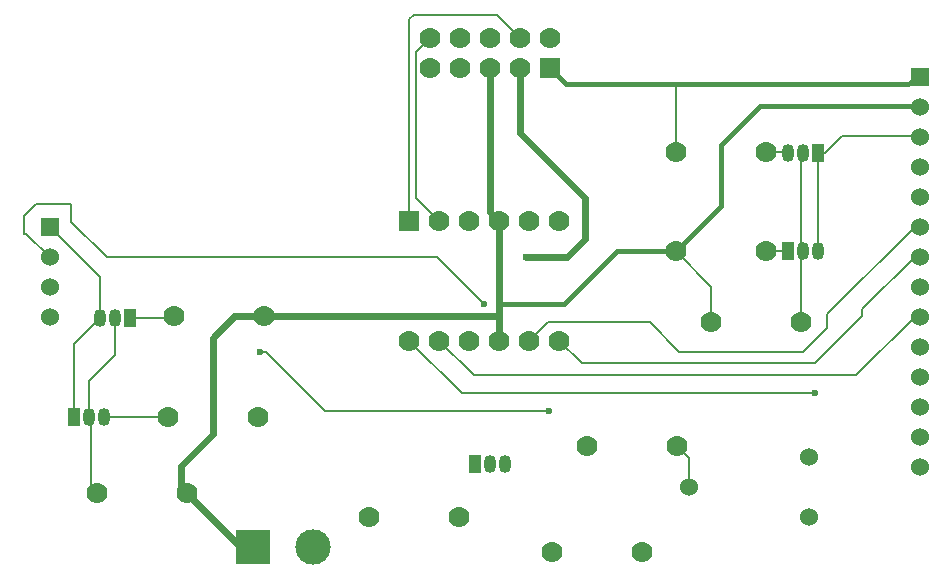
<source format=gbr>
%TF.GenerationSoftware,KiCad,Pcbnew,8.0.3*%
%TF.CreationDate,2024-06-28T12:40:16-06:00*%
%TF.ProjectId,Subsystem SPI Breakout v2,53756273-7973-4746-956d-205350492042,rev?*%
%TF.SameCoordinates,Original*%
%TF.FileFunction,Copper,L1,Top*%
%TF.FilePolarity,Positive*%
%FSLAX46Y46*%
G04 Gerber Fmt 4.6, Leading zero omitted, Abs format (unit mm)*
G04 Created by KiCad (PCBNEW 8.0.3) date 2024-06-28 12:40:16*
%MOMM*%
%LPD*%
G01*
G04 APERTURE LIST*
%TA.AperFunction,ComponentPad*%
%ADD10C,1.524000*%
%TD*%
%TA.AperFunction,ComponentPad*%
%ADD11R,1.524000X1.524000*%
%TD*%
%TA.AperFunction,ComponentPad*%
%ADD12C,1.778000*%
%TD*%
%TA.AperFunction,ComponentPad*%
%ADD13R,1.050000X1.500000*%
%TD*%
%TA.AperFunction,ComponentPad*%
%ADD14O,1.050000X1.500000*%
%TD*%
%TA.AperFunction,ComponentPad*%
%ADD15R,3.000000X3.000000*%
%TD*%
%TA.AperFunction,ComponentPad*%
%ADD16C,3.000000*%
%TD*%
%TA.AperFunction,ComponentPad*%
%ADD17R,1.778000X1.778000*%
%TD*%
%TA.AperFunction,ViaPad*%
%ADD18C,0.600000*%
%TD*%
%TA.AperFunction,Conductor*%
%ADD19C,0.200000*%
%TD*%
%TA.AperFunction,Conductor*%
%ADD20C,0.600000*%
%TD*%
%TA.AperFunction,Conductor*%
%ADD21C,0.400000*%
%TD*%
G04 APERTURE END LIST*
D10*
%TO.P,U2,CS,CS*%
%TO.N,Net-(Q1-C)*%
X180390000Y-62850000D03*
%TO.P,U2,DC,DC*%
%TO.N,Net-(LogicConverter1-PadLV1)*%
X180390000Y-67930000D03*
%TO.P,U2,GND,GND*%
%TO.N,Net-(1-PadGND)*%
X180390000Y-60310000D03*
%TO.P,U2,LED,LED*%
%TO.N,Net-(U2-PadLED)*%
X180390000Y-75550000D03*
%TO.P,U2,RESET,RESET*%
%TO.N,unconnected-(U2-PadRESET)*%
X180390000Y-65390000D03*
%TO.P,U2,SCK,SCK*%
%TO.N,Net-(LogicConverter1-PadLV4)*%
X180390000Y-73010000D03*
%TO.P,U2,SDI(MOSI),SDI(MOSI)*%
%TO.N,Net-(LogicConverter1-PadLV3)*%
X180390000Y-70470000D03*
%TO.P,U2,SDO(MISO),SDO(MISO)*%
%TO.N,Net-(LogicConverter1-PadLV2)*%
X180390000Y-78090000D03*
D11*
%TO.P,U2,SD_CS,SD_CS*%
%TO.N,Net-(Q3-C)*%
X106730000Y-70470000D03*
D10*
%TO.P,U2,SD_MISO,SD_MISO*%
%TO.N,Net-(LogicConverter1-PadLV2)*%
X106730000Y-75550000D03*
%TO.P,U2,SD_MOSI,SD_MOSI*%
%TO.N,Net-(LogicConverter1-PadLV3)*%
X106730000Y-73010000D03*
%TO.P,U2,SD_SCK,SD_SCK*%
%TO.N,Net-(LogicConverter1-PadLV4)*%
X106730000Y-78090000D03*
%TO.P,U2,T_CLK,T_CLK*%
%TO.N,unconnected-(U2-PadT_CLK)*%
X180390000Y-80630000D03*
%TO.P,U2,T_CS,T_CS*%
%TO.N,unconnected-(U2-PadT_CS)*%
X180390000Y-83170000D03*
%TO.P,U2,T_DIN,T_DIN*%
%TO.N,unconnected-(U2-PadT_DIN)*%
X180390000Y-85710000D03*
%TO.P,U2,T_DO,T_DO*%
%TO.N,unconnected-(U2-PadT_DO)*%
X180390000Y-88250000D03*
%TO.P,U2,T_IRQ,T_IRQ*%
%TO.N,unconnected-(U2-PadT_IRQ)*%
X180390000Y-90790000D03*
D11*
%TO.P,U2,Vcc,Vcc*%
%TO.N,Net-(1-Pad3V3)*%
X180390000Y-57770000D03*
%TD*%
D12*
%TO.P,R1,P$1,P$1*%
%TO.N,Net-(Q2-C)*%
X167310000Y-64085000D03*
%TO.P,R1,P$2,P$2*%
%TO.N,Net-(1-Pad3V3)*%
X159690000Y-64085000D03*
%TD*%
D13*
%TO.P,PNP,1,E*%
%TO.N,Net-(Q1-E)*%
X169230000Y-72500000D03*
D14*
%TO.P,PNP,2,B*%
%TO.N,Net-(Q1-B)*%
X170500000Y-72500000D03*
%TO.P,PNP,3,C*%
%TO.N,Net-(Q1-C)*%
X171770000Y-72500000D03*
%TD*%
D13*
%TO.P,NPN,1,E*%
%TO.N,Net-(Q5-E)*%
X142730000Y-90500000D03*
D14*
%TO.P,NPN,2,B*%
%TO.N,Net-(Q5-B)*%
X144000000Y-90500000D03*
%TO.P,NPN,3,C*%
%TO.N,Net-(Q5-C)*%
X145270000Y-90500000D03*
%TD*%
D15*
%TO.P,LS1,1,1*%
%TO.N,Net-(1-PadGND)*%
X123920000Y-97500000D03*
D16*
%TO.P,LS1,2,2*%
%TO.N,Net-(LS1-Pad2)*%
X129000000Y-97500000D03*
%TD*%
D12*
%TO.P,R7,P$1,P$1*%
%TO.N,Net-(Q5-E)*%
X141310000Y-95000000D03*
%TO.P,R7,P$2,P$2*%
%TO.N,Net-(LS1-Pad2)*%
X133690000Y-95000000D03*
%TD*%
%TO.P,R2,P$1,P$1*%
%TO.N,Net-(Q4-C)*%
X116690000Y-86500000D03*
%TO.P,R2,P$2,P$2*%
%TO.N,Net-(1-Pad3V3)*%
X124310000Y-86500000D03*
%TD*%
%TO.P,R5,P$1,P$1*%
%TO.N,Net-(Q3-B)*%
X110690000Y-93000000D03*
%TO.P,R5,P$2,P$2*%
%TO.N,Net-(1-PadGND)*%
X118310000Y-93000000D03*
%TD*%
%TO.P,R9,P$1,P$1*%
%TO.N,Net-(1-Pad3V3)*%
X152190000Y-89000000D03*
%TO.P,R9,P$2,P$2*%
%TO.N,Net-(R9-PadP$2)*%
X159810000Y-89000000D03*
%TD*%
%TO.P,LogicConverter1,GND1,GND1*%
%TO.N,Net-(1-PadGND)*%
X144770000Y-69920000D03*
%TO.P,LogicConverter1,GND2,GND2*%
X144770000Y-80080000D03*
%TO.P,LogicConverter1,HV,HV*%
%TO.N,Net-(Q5-C)*%
X142230000Y-69920000D03*
D17*
%TO.P,LogicConverter1,HV1,HV1*%
%TO.N,Net-(1-PadTFT_DC)*%
X137150000Y-69920000D03*
D12*
%TO.P,LogicConverter1,HV2,HV2*%
%TO.N,Net-(1-PadMISO)*%
X139690000Y-69920000D03*
%TO.P,LogicConverter1,HV3,HV3*%
%TO.N,Net-(1-PadMOSI)*%
X147310000Y-69920000D03*
%TO.P,LogicConverter1,HV4,HV4*%
%TO.N,Net-(1-PadSCK)*%
X149850000Y-69920000D03*
%TO.P,LogicConverter1,LV,LV*%
%TO.N,Net-(1-Pad3V3)*%
X142230000Y-80080000D03*
%TO.P,LogicConverter1,LV1,LV1*%
%TO.N,Net-(LogicConverter1-PadLV1)*%
X137150000Y-80080000D03*
%TO.P,LogicConverter1,LV2,LV2*%
%TO.N,Net-(LogicConverter1-PadLV2)*%
X139690000Y-80080000D03*
%TO.P,LogicConverter1,LV3,LV3*%
%TO.N,Net-(LogicConverter1-PadLV3)*%
X147310000Y-80080000D03*
%TO.P,LogicConverter1,LV4,LV4*%
%TO.N,Net-(LogicConverter1-PadLV4)*%
X149850000Y-80080000D03*
%TD*%
%TO.P,R6,P$1,P$1*%
%TO.N,Net-(Q1-B)*%
X170310000Y-78500000D03*
%TO.P,R6,P$2,P$2*%
%TO.N,Net-(1-PadGND)*%
X162690000Y-78500000D03*
%TD*%
D13*
%TO.P,NPN,1,E*%
%TO.N,Net-(Q1-C)*%
X171770000Y-64140000D03*
D14*
%TO.P,NPN,2,B*%
%TO.N,Net-(Q1-B)*%
X170500000Y-64140000D03*
%TO.P,NPN,3,C*%
%TO.N,Net-(Q2-C)*%
X169230000Y-64140000D03*
%TD*%
D12*
%TO.P,R4,P$1,P$1*%
%TO.N,Net-(Q1-E)*%
X167310000Y-72500000D03*
%TO.P,R4,P$2,P$2*%
%TO.N,Net-(1-PadGND)*%
X159690000Y-72500000D03*
%TD*%
%TO.P,R8,P$1,P$1*%
%TO.N,Net-(Q5-B)*%
X149190000Y-98000000D03*
%TO.P,R8,P$2,P$2*%
%TO.N,Net-(1-PadSPKR)*%
X156810000Y-98000000D03*
%TD*%
D17*
%TO.P,1,3V3,3V3*%
%TO.N,Net-(1-Pad3V3)*%
X149080000Y-57000000D03*
D12*
%TO.P,1,5V,5V*%
%TO.N,Net-(Q5-C)*%
X146540000Y-57000000D03*
%TO.P,1,GND,GND*%
%TO.N,Net-(1-PadGND)*%
X144000000Y-57000000D03*
%TO.P,1,MISO,MISO*%
%TO.N,Net-(1-PadMISO)*%
X138920000Y-54460000D03*
%TO.P,1,MOSI,MOSI*%
%TO.N,Net-(1-PadMOSI)*%
X138920000Y-57000000D03*
%TO.P,1,SCK,SCK*%
%TO.N,Net-(1-PadSCK)*%
X141460000Y-57000000D03*
%TO.P,1,SD_CS,SD_CS*%
%TO.N,Net-(Q3-B)*%
X141460000Y-54460000D03*
%TO.P,1,SPKR,SPKR*%
%TO.N,Net-(1-PadSPKR)*%
X149080000Y-54460000D03*
%TO.P,1,TFT_CS,TFT_CS*%
%TO.N,Net-(Q1-B)*%
X144000000Y-54460000D03*
%TO.P,1,TFT_DC,TFT_DC*%
%TO.N,Net-(1-PadTFT_DC)*%
X146540000Y-54460000D03*
%TD*%
D13*
%TO.P,NPN,1,E*%
%TO.N,Net-(Q3-C)*%
X108730000Y-86500000D03*
D14*
%TO.P,NPN,2,B*%
%TO.N,Net-(Q3-B)*%
X110000000Y-86500000D03*
%TO.P,NPN,3,C*%
%TO.N,Net-(Q4-C)*%
X111270000Y-86500000D03*
%TD*%
D10*
%TO.P,U3,Vin*%
%TO.N,Net-(R9-PadP$2)*%
X160840000Y-92460000D03*
%TO.P,U3,Vout1*%
%TO.N,Net-(U2-PadLED)*%
X171000000Y-89920000D03*
%TO.P,U3,Vout2*%
%TO.N,unconnected-(U3-PadVout2)*%
X171000000Y-95000000D03*
%TD*%
D12*
%TO.P,R3,P$1,P$1*%
%TO.N,Net-(Q3-E)*%
X117190000Y-78000000D03*
%TO.P,R3,P$2,P$2*%
%TO.N,Net-(1-PadGND)*%
X124810000Y-78000000D03*
%TD*%
D13*
%TO.P,PNP,1,E*%
%TO.N,Net-(Q3-E)*%
X113500000Y-78140000D03*
D14*
%TO.P,PNP,2,B*%
%TO.N,Net-(Q3-B)*%
X112230000Y-78140000D03*
%TO.P,PNP,3,C*%
%TO.N,Net-(Q3-C)*%
X110960000Y-78140000D03*
%TD*%
D18*
%TO.N,Net-(Q5-C)*%
X147000000Y-73000000D03*
%TO.N,Net-(LogicConverter1-PadLV3)*%
X143500000Y-77000000D03*
%TO.N,Net-(LogicConverter1-PadLV1)*%
X171500000Y-84500000D03*
%TO.N,Net-(LogicConverter1-PadLV4)*%
X149000000Y-86000000D03*
X124500000Y-81000000D03*
%TD*%
D19*
%TO.N,Net-(LogicConverter1-PadLV3)*%
X111500000Y-73000000D02*
X108500000Y-70000000D01*
%TO.N,Net-(1-PadTFT_DC)*%
X137150000Y-52850000D02*
X137150000Y-69920000D01*
X137500000Y-52500000D02*
X137150000Y-52850000D01*
X144580000Y-52500000D02*
X137500000Y-52500000D01*
X146540000Y-54460000D02*
X144580000Y-52500000D01*
%TO.N,Net-(LogicConverter1-PadLV3)*%
X104500000Y-71000000D02*
X104720000Y-71000000D01*
X104720000Y-71000000D02*
X106730000Y-73010000D01*
X108500000Y-70000000D02*
X108500000Y-68500000D01*
X139500000Y-73000000D02*
X111500000Y-73000000D01*
X104500000Y-69500000D02*
X104500000Y-71000000D01*
X105500000Y-68500000D02*
X104500000Y-69500000D01*
X143500000Y-77000000D02*
X139500000Y-73000000D01*
X108500000Y-68500000D02*
X105500000Y-68500000D01*
%TO.N,Net-(Q3-C)*%
X110960000Y-74700000D02*
X106730000Y-70470000D01*
X110960000Y-78140000D02*
X110960000Y-74700000D01*
%TO.N,Net-(Q3-B)*%
X110000000Y-83500000D02*
X110000000Y-86500000D01*
X112230000Y-81270000D02*
X110000000Y-83500000D01*
X112230000Y-78140000D02*
X112230000Y-81270000D01*
%TO.N,Net-(Q3-C)*%
X108730000Y-80370000D02*
X108730000Y-86500000D01*
X110960000Y-78140000D02*
X108730000Y-80370000D01*
D20*
%TO.N,Net-(1-PadGND)*%
X117810000Y-92500000D02*
X122810000Y-97500000D01*
D21*
X163500000Y-68690000D02*
X163500000Y-63500000D01*
D20*
X117810000Y-92500000D02*
X117810000Y-90690000D01*
D19*
X122810000Y-97500000D02*
X123920000Y-97500000D01*
X162690000Y-78500000D02*
X162690000Y-75500000D01*
D21*
X166820000Y-60180000D02*
X180000000Y-60180000D01*
D19*
X162690000Y-75500000D02*
X159690000Y-72500000D01*
D21*
X163500000Y-63500000D02*
X166820000Y-60180000D01*
X144770000Y-77000000D02*
X150240000Y-77000000D01*
D20*
X144770000Y-77000000D02*
X144770000Y-78000000D01*
X144000000Y-57000000D02*
X144000000Y-69150000D01*
X122310000Y-78000000D02*
X144770000Y-78000000D01*
X144770000Y-69920000D02*
X144770000Y-77000000D01*
D21*
X159690000Y-72500000D02*
X163500000Y-68690000D01*
X154740000Y-72500000D02*
X159690000Y-72500000D01*
X150240000Y-77000000D02*
X154740000Y-72500000D01*
D20*
X117810000Y-90690000D02*
X120500000Y-88000000D01*
D19*
X144000000Y-69150000D02*
X144770000Y-69920000D01*
D20*
X120500000Y-79810000D02*
X122310000Y-78000000D01*
X144770000Y-78000000D02*
X144770000Y-80080000D01*
X120500000Y-88000000D02*
X120500000Y-79810000D01*
%TO.N,Net-(Q5-C)*%
X152000000Y-71500000D02*
X150500000Y-73000000D01*
X152000000Y-68000000D02*
X152000000Y-71500000D01*
X147000000Y-73000000D02*
X147500000Y-73000000D01*
D19*
X146540000Y-62460000D02*
X146500000Y-62500000D01*
D20*
X150500000Y-73000000D02*
X147000000Y-73000000D01*
X146500000Y-62500000D02*
X152000000Y-68000000D01*
D19*
X142000000Y-70000000D02*
X142150000Y-70000000D01*
X142230000Y-69920000D02*
X142150000Y-70000000D01*
D20*
X146540000Y-57000000D02*
X146540000Y-62460000D01*
D19*
%TO.N,Net-(Q1-B)*%
X170310000Y-78500000D02*
X170310000Y-64330000D01*
%TO.N,Net-(Q3-B)*%
X110190000Y-92500000D02*
X110190000Y-86188274D01*
X110190000Y-86188274D02*
X110000000Y-85998274D01*
%TO.N,Net-(1-PadMISO)*%
X137731000Y-67961000D02*
X137731000Y-55649000D01*
X137731000Y-55649000D02*
X138920000Y-54460000D01*
X139690000Y-69920000D02*
X137731000Y-67961000D01*
D21*
%TO.N,Net-(1-Pad3V3)*%
X149080000Y-57000000D02*
X150387500Y-58307500D01*
D19*
X152190000Y-89000000D02*
X152500000Y-89000000D01*
D21*
X150387500Y-58307500D02*
X160000000Y-58307500D01*
D19*
X159690000Y-58617500D02*
X160000000Y-58307500D01*
D21*
X160000000Y-58307500D02*
X179332500Y-58307500D01*
D19*
X159690000Y-64085000D02*
X159690000Y-58617500D01*
X179332500Y-58307500D02*
X180000000Y-57640000D01*
%TO.N,Net-(LogicConverter1-PadLV2)*%
X174960000Y-83000000D02*
X180000000Y-77960000D01*
X142610000Y-83000000D02*
X174960000Y-83000000D01*
X139690000Y-80080000D02*
X142610000Y-83000000D01*
%TO.N,Net-(LogicConverter1-PadLV3)*%
X172500000Y-79000000D02*
X172500000Y-77840000D01*
X157500000Y-78500000D02*
X160000000Y-81000000D01*
X148890000Y-78500000D02*
X157500000Y-78500000D01*
X160000000Y-81000000D02*
X170500000Y-81000000D01*
X172500000Y-77840000D02*
X180000000Y-70340000D01*
X147310000Y-80080000D02*
X148890000Y-78500000D01*
X170500000Y-81000000D02*
X172500000Y-79000000D01*
%TO.N,Net-(LogicConverter1-PadLV1)*%
X137150000Y-80080000D02*
X141570000Y-84500000D01*
X141570000Y-84500000D02*
X171500000Y-84500000D01*
%TO.N,Net-(LogicConverter1-PadLV4)*%
X149850000Y-80080000D02*
X151770000Y-82000000D01*
X175500000Y-78000000D02*
X175500000Y-77380000D01*
X149000000Y-86000000D02*
X130000000Y-86000000D01*
X175500000Y-77380000D02*
X180000000Y-72880000D01*
X124500000Y-81000000D02*
X125000000Y-81000000D01*
X151770000Y-82000000D02*
X171500000Y-82000000D01*
X125000000Y-81000000D02*
X130000000Y-86000000D01*
X171500000Y-82000000D02*
X175500000Y-78000000D01*
%TO.N,Net-(Q1-E)*%
X167310000Y-72500000D02*
X169230000Y-72500000D01*
%TO.N,Net-(Q1-C)*%
X171770000Y-64140000D02*
X172360000Y-64140000D01*
X171770000Y-72500000D02*
X171770000Y-64140000D01*
X173780000Y-62720000D02*
X180000000Y-62720000D01*
X172360000Y-64140000D02*
X173780000Y-62720000D01*
%TO.N,Net-(Q2-C)*%
X169175000Y-64085000D02*
X169230000Y-64140000D01*
X167310000Y-64085000D02*
X169175000Y-64085000D01*
%TO.N,Net-(Q3-E)*%
X116780000Y-78140000D02*
X116920000Y-78000000D01*
X113500000Y-78140000D02*
X116780000Y-78140000D01*
%TO.N,Net-(Q4-C)*%
X111270000Y-86500000D02*
X116690000Y-86500000D01*
%TO.N,Net-(R9-PadP$2)*%
X160840000Y-92960000D02*
X160840000Y-90030000D01*
X160840000Y-90030000D02*
X159810000Y-89000000D01*
%TD*%
M02*

</source>
